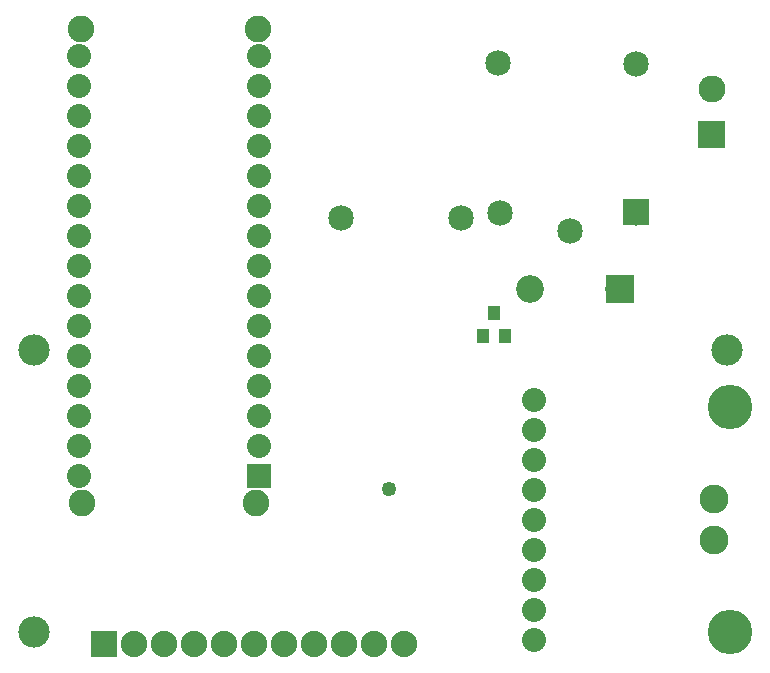
<source format=gts>
G04 MADE WITH FRITZING*
G04 WWW.FRITZING.ORG*
G04 DOUBLE SIDED*
G04 HOLES PLATED*
G04 CONTOUR ON CENTER OF CONTOUR VECTOR*
%ASAXBY*%
%FSLAX23Y23*%
%MOIN*%
%OFA0B0*%
%SFA1.0B1.0*%
%ADD10C,0.080000*%
%ADD11C,0.049370*%
%ADD12C,0.085000*%
%ADD13C,0.092000*%
%ADD14C,0.104488*%
%ADD15C,0.116299*%
%ADD16C,0.088740*%
%ADD17C,0.090000*%
%ADD18C,0.148425*%
%ADD19C,0.096000*%
%ADD20C,0.088000*%
%ADD21R,0.079972X0.080000*%
%ADD22R,0.085000X0.085000*%
%ADD23R,0.092000X0.092000*%
%ADD24R,0.041496X0.045433*%
%ADD25R,0.088000X0.088000*%
%ADD26R,0.001000X0.001000*%
%LNMASK1*%
G90*
G70*
G54D10*
X886Y701D03*
X886Y801D03*
X886Y901D03*
X886Y1001D03*
X886Y1101D03*
X886Y1201D03*
X886Y1301D03*
X886Y1401D03*
X886Y1501D03*
X886Y1601D03*
X886Y1701D03*
X886Y1801D03*
X886Y1901D03*
X886Y2001D03*
X886Y2101D03*
X286Y701D03*
X286Y801D03*
X286Y901D03*
X286Y1001D03*
X286Y1101D03*
X286Y1201D03*
X286Y1301D03*
X286Y1401D03*
X286Y1501D03*
X286Y1601D03*
X286Y1701D03*
X286Y1801D03*
X286Y1901D03*
X286Y2001D03*
X286Y2101D03*
G54D11*
X1318Y657D03*
G54D12*
X2144Y1579D03*
X2144Y2073D03*
X1683Y2078D03*
X1921Y1517D03*
X1688Y1579D03*
G54D13*
X2087Y1325D03*
X1789Y1325D03*
G54D12*
X1560Y1561D03*
X1160Y1561D03*
G54D14*
X136Y181D03*
X136Y1121D03*
X2446Y1121D03*
G54D15*
X2459Y183D03*
X2459Y931D03*
G54D16*
X876Y611D03*
X296Y611D03*
X884Y2191D03*
X293Y2191D03*
G54D17*
X2396Y1839D03*
X2396Y1991D03*
X2396Y1839D03*
X2396Y1991D03*
G54D18*
X2456Y931D03*
G54D19*
X2401Y489D03*
G54D18*
X2456Y181D03*
G54D10*
X1801Y156D03*
X1801Y256D03*
X1801Y356D03*
X1801Y456D03*
X1801Y556D03*
X1801Y656D03*
X1801Y756D03*
X1801Y856D03*
X1801Y956D03*
G54D19*
X2401Y626D03*
G54D20*
X368Y142D03*
X468Y142D03*
X568Y142D03*
X668Y142D03*
X768Y142D03*
X868Y142D03*
X968Y142D03*
X1068Y142D03*
X1168Y142D03*
X1268Y142D03*
X1368Y142D03*
G54D21*
X886Y701D03*
G54D22*
X2144Y1580D03*
G54D23*
X2088Y1325D03*
G54D24*
X1632Y1168D03*
X1707Y1168D03*
X1669Y1246D03*
G54D25*
X368Y142D03*
G54D26*
X2351Y1884D02*
X2440Y1884D01*
X2351Y1883D02*
X2440Y1883D01*
X2351Y1882D02*
X2440Y1882D01*
X2351Y1881D02*
X2440Y1881D01*
X2351Y1880D02*
X2440Y1880D01*
X2351Y1879D02*
X2440Y1879D01*
X2351Y1878D02*
X2440Y1878D01*
X2351Y1877D02*
X2440Y1877D01*
X2351Y1876D02*
X2440Y1876D01*
X2351Y1875D02*
X2440Y1875D01*
X2351Y1874D02*
X2440Y1874D01*
X2351Y1873D02*
X2440Y1873D01*
X2351Y1872D02*
X2440Y1872D01*
X2351Y1871D02*
X2440Y1871D01*
X2351Y1870D02*
X2440Y1870D01*
X2351Y1869D02*
X2440Y1869D01*
X2351Y1868D02*
X2440Y1868D01*
X2351Y1867D02*
X2440Y1867D01*
X2351Y1866D02*
X2440Y1866D01*
X2351Y1865D02*
X2440Y1865D01*
X2351Y1864D02*
X2440Y1864D01*
X2351Y1863D02*
X2440Y1863D01*
X2351Y1862D02*
X2440Y1862D01*
X2351Y1861D02*
X2440Y1861D01*
X2351Y1860D02*
X2440Y1860D01*
X2351Y1859D02*
X2440Y1859D01*
X2351Y1858D02*
X2391Y1858D01*
X2400Y1858D02*
X2440Y1858D01*
X2351Y1857D02*
X2387Y1857D01*
X2403Y1857D02*
X2440Y1857D01*
X2351Y1856D02*
X2386Y1856D01*
X2405Y1856D02*
X2440Y1856D01*
X2351Y1855D02*
X2384Y1855D01*
X2406Y1855D02*
X2440Y1855D01*
X2351Y1854D02*
X2383Y1854D01*
X2408Y1854D02*
X2440Y1854D01*
X2351Y1853D02*
X2382Y1853D01*
X2409Y1853D02*
X2440Y1853D01*
X2351Y1852D02*
X2381Y1852D01*
X2410Y1852D02*
X2440Y1852D01*
X2351Y1851D02*
X2380Y1851D01*
X2411Y1851D02*
X2440Y1851D01*
X2351Y1850D02*
X2379Y1850D01*
X2411Y1850D02*
X2440Y1850D01*
X2351Y1849D02*
X2379Y1849D01*
X2412Y1849D02*
X2440Y1849D01*
X2351Y1848D02*
X2378Y1848D01*
X2412Y1848D02*
X2440Y1848D01*
X2351Y1847D02*
X2377Y1847D01*
X2413Y1847D02*
X2440Y1847D01*
X2351Y1846D02*
X2377Y1846D01*
X2413Y1846D02*
X2440Y1846D01*
X2351Y1845D02*
X2377Y1845D01*
X2414Y1845D02*
X2440Y1845D01*
X2351Y1844D02*
X2377Y1844D01*
X2414Y1844D02*
X2440Y1844D01*
X2351Y1843D02*
X2376Y1843D01*
X2414Y1843D02*
X2440Y1843D01*
X2351Y1842D02*
X2376Y1842D01*
X2414Y1842D02*
X2440Y1842D01*
X2351Y1841D02*
X2376Y1841D01*
X2414Y1841D02*
X2440Y1841D01*
X2351Y1840D02*
X2376Y1840D01*
X2414Y1840D02*
X2440Y1840D01*
X2351Y1839D02*
X2376Y1839D01*
X2414Y1839D02*
X2440Y1839D01*
X2351Y1838D02*
X2376Y1838D01*
X2414Y1838D02*
X2440Y1838D01*
X2351Y1837D02*
X2376Y1837D01*
X2414Y1837D02*
X2440Y1837D01*
X2351Y1836D02*
X2376Y1836D01*
X2414Y1836D02*
X2440Y1836D01*
X2351Y1835D02*
X2377Y1835D01*
X2414Y1835D02*
X2440Y1835D01*
X2351Y1834D02*
X2377Y1834D01*
X2413Y1834D02*
X2440Y1834D01*
X2351Y1833D02*
X2377Y1833D01*
X2413Y1833D02*
X2440Y1833D01*
X2351Y1832D02*
X2378Y1832D01*
X2413Y1832D02*
X2440Y1832D01*
X2351Y1831D02*
X2378Y1831D01*
X2412Y1831D02*
X2440Y1831D01*
X2351Y1830D02*
X2379Y1830D01*
X2412Y1830D02*
X2440Y1830D01*
X2351Y1829D02*
X2380Y1829D01*
X2411Y1829D02*
X2440Y1829D01*
X2351Y1828D02*
X2380Y1828D01*
X2410Y1828D02*
X2440Y1828D01*
X2351Y1827D02*
X2381Y1827D01*
X2409Y1827D02*
X2440Y1827D01*
X2351Y1826D02*
X2382Y1826D01*
X2408Y1826D02*
X2440Y1826D01*
X2351Y1825D02*
X2384Y1825D01*
X2407Y1825D02*
X2440Y1825D01*
X2351Y1824D02*
X2385Y1824D01*
X2406Y1824D02*
X2440Y1824D01*
X2351Y1823D02*
X2387Y1823D01*
X2404Y1823D02*
X2440Y1823D01*
X2351Y1822D02*
X2389Y1822D01*
X2401Y1822D02*
X2440Y1822D01*
X2351Y1821D02*
X2440Y1821D01*
X2351Y1820D02*
X2440Y1820D01*
X2351Y1819D02*
X2440Y1819D01*
X2351Y1818D02*
X2440Y1818D01*
X2351Y1817D02*
X2440Y1817D01*
X2351Y1816D02*
X2440Y1816D01*
X2351Y1815D02*
X2440Y1815D01*
X2351Y1814D02*
X2440Y1814D01*
X2351Y1813D02*
X2440Y1813D01*
X2351Y1812D02*
X2440Y1812D01*
X2351Y1811D02*
X2440Y1811D01*
X2351Y1810D02*
X2440Y1810D01*
X2351Y1809D02*
X2440Y1809D01*
X2351Y1808D02*
X2440Y1808D01*
X2351Y1807D02*
X2440Y1807D01*
X2351Y1806D02*
X2440Y1806D01*
X2351Y1805D02*
X2440Y1805D01*
X2351Y1804D02*
X2440Y1804D01*
X2351Y1803D02*
X2440Y1803D01*
X2351Y1802D02*
X2440Y1802D01*
X2351Y1801D02*
X2440Y1801D01*
X2351Y1800D02*
X2440Y1800D01*
X2351Y1799D02*
X2440Y1799D01*
X2351Y1798D02*
X2440Y1798D01*
X2351Y1797D02*
X2440Y1797D01*
X2351Y1796D02*
X2440Y1796D01*
X2351Y1795D02*
X2439Y1795D01*
D02*
G04 End of Mask1*
M02*
</source>
